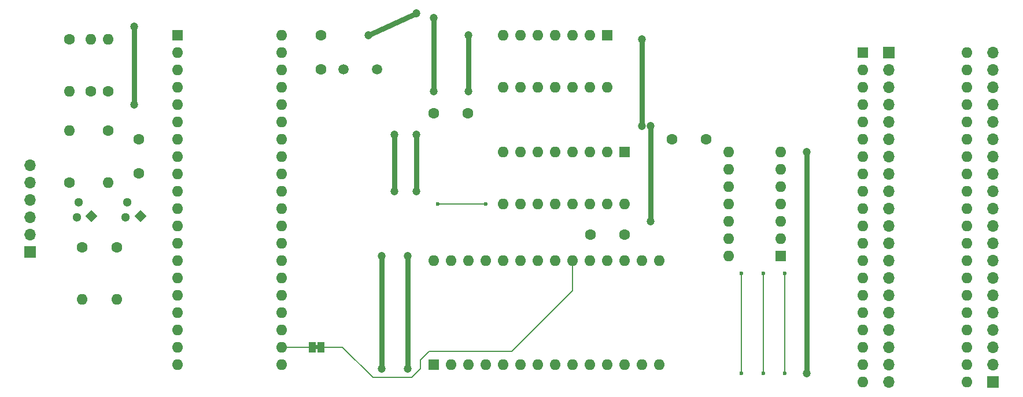
<source format=gtl>
%TF.GenerationSoftware,KiCad,Pcbnew,8.0.5+1*%
%TF.CreationDate,2024-10-09T19:18:35+02:00*%
%TF.ProjectId,QL_PC0084A_keyboard_adapter,514c5f50-4330-4303-9834-415f6b657962,0*%
%TF.SameCoordinates,Original*%
%TF.FileFunction,Copper,L1,Top*%
%TF.FilePolarity,Positive*%
%FSLAX46Y46*%
G04 Gerber Fmt 4.6, Leading zero omitted, Abs format (unit mm)*
G04 Created by KiCad (PCBNEW 8.0.5+1) date 2024-10-09 19:18:35*
%MOMM*%
%LPD*%
G01*
G04 APERTURE LIST*
G04 Aperture macros list*
%AMRotRect*
0 Rectangle, with rotation*
0 The origin of the aperture is its center*
0 $1 length*
0 $2 width*
0 $3 Rotation angle, in degrees counterclockwise*
0 Add horizontal line*
21,1,$1,$2,0,0,$3*%
G04 Aperture macros list end*
%TA.AperFunction,EtchedComponent*%
%ADD10C,0.000000*%
%TD*%
%TA.AperFunction,ComponentPad*%
%ADD11RotRect,1.300000X1.300000X135.000000*%
%TD*%
%TA.AperFunction,ComponentPad*%
%ADD12C,1.300000*%
%TD*%
%TA.AperFunction,ComponentPad*%
%ADD13R,1.600000X1.600000*%
%TD*%
%TA.AperFunction,ComponentPad*%
%ADD14O,1.600000X1.600000*%
%TD*%
%TA.AperFunction,ComponentPad*%
%ADD15C,1.600000*%
%TD*%
%TA.AperFunction,ComponentPad*%
%ADD16C,1.500000*%
%TD*%
%TA.AperFunction,ComponentPad*%
%ADD17R,1.700000X1.700000*%
%TD*%
%TA.AperFunction,ComponentPad*%
%ADD18O,1.700000X1.700000*%
%TD*%
%TA.AperFunction,SMDPad,CuDef*%
%ADD19R,1.000000X1.500000*%
%TD*%
%TA.AperFunction,ViaPad*%
%ADD20C,1.200000*%
%TD*%
%TA.AperFunction,ViaPad*%
%ADD21C,0.600000*%
%TD*%
%TA.AperFunction,Conductor*%
%ADD22C,0.800000*%
%TD*%
%TA.AperFunction,Conductor*%
%ADD23C,0.200000*%
%TD*%
%ADD24C,0.350000*%
%ADD25C,0.300000*%
G04 APERTURE END LIST*
D10*
%TA.AperFunction,EtchedComponent*%
%TO.C,JP1*%
G36*
X136155000Y-124760000D02*
G01*
X135655000Y-124760000D01*
X135655000Y-124160000D01*
X136155000Y-124160000D01*
X136155000Y-124760000D01*
G37*
%TD.AperFunction*%
%TD*%
D11*
%TO.P,Q2,1,E*%
%TO.N,GND*%
X110109556Y-105282437D03*
D12*
%TO.P,Q2,2,C*%
%TO.N,Net-(Q2-C)*%
X107932505Y-105409437D03*
%TO.P,Q2,3,B*%
%TO.N,Net-(Q2-B)*%
X108204556Y-103250437D03*
%TD*%
D11*
%TO.P,Q1,1,E*%
%TO.N,GND*%
X102976000Y-105283000D03*
D12*
%TO.P,Q1,2,C*%
%TO.N,Net-(Q1-C)*%
X100798949Y-105410000D03*
%TO.P,Q1,3,B*%
%TO.N,Net-(Q1-B)*%
X101071000Y-103251000D03*
%TD*%
D13*
%TO.P,U2,1,T0*%
%TO.N,unconnected-(U2-T0-Pad1)*%
X115570000Y-78740000D03*
D14*
%TO.P,U2,2,X1*%
%TO.N,Net-(U2-X1)*%
X115570000Y-81280000D03*
%TO.P,U2,3,X2*%
%TO.N,Net-(U2-X2)*%
X115570000Y-83820000D03*
%TO.P,U2,4,~{RESET}*%
%TO.N,/RESET*%
X115570000Y-86360000D03*
%TO.P,U2,5,~{SS}*%
%TO.N,+5V*%
X115570000Y-88900000D03*
%TO.P,U2,6,~{INT}*%
%TO.N,unconnected-(U2-~{INT}-Pad6)*%
X115570000Y-91440000D03*
%TO.P,U2,7,EA*%
%TO.N,GND*%
X115570000Y-93980000D03*
%TO.P,U2,8,~{RD}*%
%TO.N,unconnected-(U2-~{RD}-Pad8)*%
X115570000Y-96520000D03*
%TO.P,U2,9,~{PSEN}*%
%TO.N,unconnected-(U2-~{PSEN}-Pad9)*%
X115570000Y-99060000D03*
%TO.P,U2,10,~{WR}*%
%TO.N,unconnected-(U2-~{WR}-Pad10)*%
X115570000Y-101600000D03*
%TO.P,U2,11,ALE*%
%TO.N,unconnected-(U2-ALE-Pad11)*%
X115570000Y-104140000D03*
%TO.P,U2,12,DB.0*%
%TO.N,unconnected-(U2-DB.0-Pad12)*%
X115570000Y-106680000D03*
%TO.P,U2,13,DB.1*%
%TO.N,unconnected-(U2-DB.1-Pad13)*%
X115570000Y-109220000D03*
%TO.P,U2,14,DB.2*%
%TO.N,unconnected-(U2-DB.2-Pad14)*%
X115570000Y-111760000D03*
%TO.P,U2,15,DB.3*%
%TO.N,unconnected-(U2-DB.3-Pad15)*%
X115570000Y-114300000D03*
%TO.P,U2,16,DB.4*%
%TO.N,unconnected-(U2-DB.4-Pad16)*%
X115570000Y-116840000D03*
%TO.P,U2,17,DB.5*%
%TO.N,unconnected-(U2-DB.5-Pad17)*%
X115570000Y-119380000D03*
%TO.P,U2,18,DB.6*%
%TO.N,unconnected-(U2-DB.6-Pad18)*%
X115570000Y-121920000D03*
%TO.P,U2,19,DB.7*%
%TO.N,unconnected-(U2-DB.7-Pad19)*%
X115570000Y-124460000D03*
%TO.P,U2,20,GND*%
%TO.N,GND*%
X115570000Y-127000000D03*
%TO.P,U2,21,P2.0*%
%TO.N,/R_A12*%
X130810000Y-127000000D03*
%TO.P,U2,22,P2.1*%
%TO.N,/ROM_CE*%
X130810000Y-124460000D03*
%TO.P,U2,23,P2.2*%
%TO.N,unconnected-(U2-P2.2-Pad23)*%
X130810000Y-121920000D03*
%TO.P,U2,24,P2.3*%
%TO.N,unconnected-(U2-P2.3-Pad24)*%
X130810000Y-119380000D03*
%TO.P,U2,25,PROG*%
%TO.N,unconnected-(U2-PROG-Pad25)*%
X130810000Y-116840000D03*
%TO.P,U2,26,Vpp/VDD*%
%TO.N,+5V*%
X130810000Y-114300000D03*
%TO.P,U2,27,P1.0*%
%TO.N,/R_A7*%
X130810000Y-111760000D03*
%TO.P,U2,28,P1.1*%
%TO.N,/R_A6*%
X130810000Y-109220000D03*
%TO.P,U2,29,P1.2*%
%TO.N,/R_A5*%
X130810000Y-106680000D03*
%TO.P,U2,30,P1.3*%
%TO.N,/R_A4*%
X130810000Y-104140000D03*
%TO.P,U2,31,P1.4*%
%TO.N,/R_A3*%
X130810000Y-101600000D03*
%TO.P,U2,32,P1.5*%
%TO.N,/R_A2*%
X130810000Y-99060000D03*
%TO.P,U2,33,P1.6*%
%TO.N,/R_A1*%
X130810000Y-96520000D03*
%TO.P,U2,34,P1.7*%
%TO.N,/R_A0*%
X130810000Y-93980000D03*
%TO.P,U2,35,P2.4*%
%TO.N,/R_A11*%
X130810000Y-91440000D03*
%TO.P,U2,36,P2.5*%
%TO.N,Net-(U2-P2.5)*%
X130810000Y-88900000D03*
%TO.P,U2,37,P2.6*%
%TO.N,Net-(U2-P2.6)*%
X130810000Y-86360000D03*
%TO.P,U2,38,P2.7*%
%TO.N,Net-(U2-P2.7)*%
X130810000Y-83820000D03*
%TO.P,U2,39,T1*%
%TO.N,Net-(U2-T1)*%
X130810000Y-81280000D03*
%TO.P,U2,40,VCC*%
%TO.N,+5V*%
X130810000Y-78740000D03*
%TD*%
D13*
%TO.P,U8,1*%
%TO.N,unconnected-(U8-Pad1)*%
X178440000Y-78750000D03*
D14*
%TO.P,U8,2*%
%TO.N,unconnected-(U8-Pad2)*%
X175900000Y-78750000D03*
%TO.P,U8,3*%
%TO.N,Net-(U2-P2.5)*%
X173360000Y-78750000D03*
%TO.P,U8,4*%
%TO.N,Net-(J3-Pin_5)*%
X170820000Y-78750000D03*
%TO.P,U8,5*%
%TO.N,Net-(J3-Pin_4)*%
X168280000Y-78750000D03*
%TO.P,U8,6*%
%TO.N,Net-(U2-T1)*%
X165740000Y-78750000D03*
%TO.P,U8,7,GND*%
%TO.N,GND*%
X163200000Y-78750000D03*
%TO.P,U8,8*%
%TO.N,unconnected-(U8-Pad8)*%
X163200000Y-86370000D03*
%TO.P,U8,9*%
%TO.N,unconnected-(U8-Pad9)*%
X165740000Y-86370000D03*
%TO.P,U8,10*%
%TO.N,Net-(U6-I7)*%
X168280000Y-86370000D03*
%TO.P,U8,11*%
%TO.N,/KBO07*%
X170820000Y-86370000D03*
%TO.P,U8,12*%
%TO.N,Net-(U6-I6)*%
X173360000Y-86370000D03*
%TO.P,U8,13*%
%TO.N,/KBO06*%
X175900000Y-86370000D03*
%TO.P,U8,14,VCC*%
%TO.N,+5V*%
X178440000Y-86370000D03*
%TD*%
D13*
%TO.P,U1,1,T0*%
%TO.N,Net-(J1-Pin_1)*%
X215900000Y-81280000D03*
D14*
%TO.P,U1,2,X1*%
%TO.N,Net-(J1-Pin_2)*%
X215900000Y-83820000D03*
%TO.P,U1,3,X2*%
%TO.N,Net-(J1-Pin_3)*%
X215900000Y-86360000D03*
%TO.P,U1,4,~{RESET}*%
%TO.N,/RESET*%
X215900000Y-88900000D03*
%TO.P,U1,5,~{SS}*%
%TO.N,Net-(J1-Pin_5)*%
X215900000Y-91440000D03*
%TO.P,U1,6,~{INT}*%
%TO.N,Net-(J1-Pin_6)*%
X215900000Y-93980000D03*
%TO.P,U1,7,EA*%
%TO.N,Net-(J1-Pin_7)*%
X215900000Y-96520000D03*
%TO.P,U1,8,~{RD}*%
%TO.N,Net-(J1-Pin_8)*%
X215900000Y-99060000D03*
%TO.P,U1,9,~{PSEN}*%
%TO.N,Net-(J1-Pin_9)*%
X215900000Y-101600000D03*
%TO.P,U1,10,~{WR}*%
%TO.N,Net-(J1-Pin_10)*%
X215900000Y-104140000D03*
%TO.P,U1,11,ALE*%
%TO.N,Net-(J1-Pin_11)*%
X215900000Y-106680000D03*
%TO.P,U1,12,DB.0*%
%TO.N,/KBI00*%
X215900000Y-109220000D03*
%TO.P,U1,13,DB.1*%
%TO.N,/KBI01*%
X215900000Y-111760000D03*
%TO.P,U1,14,DB.2*%
%TO.N,/KBI02*%
X215900000Y-114300000D03*
%TO.P,U1,15,DB.3*%
%TO.N,/KBI03*%
X215900000Y-116840000D03*
%TO.P,U1,16,DB.4*%
%TO.N,/KBI04*%
X215900000Y-119380000D03*
%TO.P,U1,17,DB.5*%
%TO.N,/KBI05*%
X215900000Y-121920000D03*
%TO.P,U1,18,DB.6*%
%TO.N,/KBI06*%
X215900000Y-124460000D03*
%TO.P,U1,19,DB.7*%
%TO.N,/KBI07*%
X215900000Y-127000000D03*
%TO.P,U1,20,GND*%
%TO.N,GND*%
X215900000Y-129540000D03*
%TO.P,U1,21,P2.0*%
%TO.N,Net-(J2-Pin_1)*%
X231140000Y-129540000D03*
%TO.P,U1,22,P2.1*%
%TO.N,Net-(J2-Pin_2)*%
X231140000Y-127000000D03*
%TO.P,U1,23,P2.2*%
%TO.N,Net-(J2-Pin_3)*%
X231140000Y-124460000D03*
%TO.P,U1,24,P2.3*%
%TO.N,Net-(J2-Pin_4)*%
X231140000Y-121920000D03*
%TO.P,U1,25,PROG*%
%TO.N,Net-(J2-Pin_5)*%
X231140000Y-119380000D03*
%TO.P,U1,26,Vpp/VDD*%
%TO.N,Net-(J2-Pin_6)*%
X231140000Y-116840000D03*
%TO.P,U1,27,P1.0*%
%TO.N,/KBO00*%
X231140000Y-114300000D03*
%TO.P,U1,28,P1.1*%
%TO.N,/KBO01*%
X231140000Y-111760000D03*
%TO.P,U1,29,P1.2*%
%TO.N,/KBO02*%
X231140000Y-109220000D03*
%TO.P,U1,30,P1.3*%
%TO.N,/KBO03*%
X231140000Y-106680000D03*
%TO.P,U1,31,P1.4*%
%TO.N,/KBO04*%
X231140000Y-104140000D03*
%TO.P,U1,32,P1.5*%
%TO.N,/KBO05*%
X231140000Y-101600000D03*
%TO.P,U1,33,P1.6*%
%TO.N,/KBO06*%
X231140000Y-99060000D03*
%TO.P,U1,34,P1.7*%
%TO.N,/KBO07*%
X231140000Y-96520000D03*
%TO.P,U1,35,P2.4*%
%TO.N,Net-(J2-Pin_15)*%
X231140000Y-93980000D03*
%TO.P,U1,36,P2.5*%
%TO.N,Net-(J2-Pin_16)*%
X231140000Y-91440000D03*
%TO.P,U1,37,P2.6*%
%TO.N,Net-(J2-Pin_17)*%
X231140000Y-88900000D03*
%TO.P,U1,38,P2.7*%
%TO.N,Net-(J2-Pin_18)*%
X231140000Y-86360000D03*
%TO.P,U1,39,T1*%
%TO.N,Net-(J2-Pin_19)*%
X231140000Y-83820000D03*
%TO.P,U1,40,VCC*%
%TO.N,+5V*%
X231140000Y-81280000D03*
%TD*%
D15*
%TO.P,R5,1*%
%TO.N,Net-(U2-P2.6)*%
X105410000Y-86995000D03*
D14*
%TO.P,R5,2*%
%TO.N,+5V*%
X105410000Y-79375000D03*
%TD*%
D15*
%TO.P,C2,1*%
%TO.N,Net-(U2-X1)*%
X136525000Y-83780000D03*
%TO.P,C2,2*%
%TO.N,+5V*%
X136525000Y-78780000D03*
%TD*%
D13*
%TO.P,U6,1,I4*%
%TO.N,Net-(U6-I4)*%
X180975000Y-95885000D03*
D14*
%TO.P,U6,2,I5*%
%TO.N,Net-(U6-I5)*%
X178435000Y-95885000D03*
%TO.P,U6,3,I6*%
%TO.N,Net-(U6-I6)*%
X175895000Y-95885000D03*
%TO.P,U6,4,I7*%
%TO.N,Net-(U6-I7)*%
X173355000Y-95885000D03*
%TO.P,U6,5,EI*%
%TO.N,GND*%
X170815000Y-95885000D03*
%TO.P,U6,6,S2*%
%TO.N,/R_A10*%
X168275000Y-95885000D03*
%TO.P,U6,7,S1*%
%TO.N,/R_A9*%
X165735000Y-95885000D03*
%TO.P,U6,8,GND*%
%TO.N,GND*%
X163195000Y-95885000D03*
%TO.P,U6,9,S0*%
%TO.N,/R_A8*%
X163195000Y-103505000D03*
%TO.P,U6,10,IO*%
%TO.N,Net-(U6-IO)*%
X165735000Y-103505000D03*
%TO.P,U6,11,I1*%
%TO.N,Net-(U6-I1)*%
X168275000Y-103505000D03*
%TO.P,U6,12,I2*%
%TO.N,Net-(U6-I2)*%
X170815000Y-103505000D03*
%TO.P,U6,13,I3*%
%TO.N,Net-(U6-I3)*%
X173355000Y-103505000D03*
%TO.P,U6,14,GS*%
%TO.N,/ROM_OE*%
X175895000Y-103505000D03*
%TO.P,U6,15,EO*%
%TO.N,unconnected-(U6-EO-Pad15)*%
X178435000Y-103505000D03*
%TO.P,U6,16,VCC*%
%TO.N,+5V*%
X180975000Y-103505000D03*
%TD*%
D15*
%TO.P,C5,1*%
%TO.N,GND*%
X109855000Y-98980000D03*
%TO.P,C5,2*%
%TO.N,+5V*%
X109855000Y-93980000D03*
%TD*%
%TO.P,C4,1*%
%TO.N,+5V*%
X153075000Y-90170000D03*
%TO.P,C4,2*%
%TO.N,GND*%
X158075000Y-90170000D03*
%TD*%
%TO.P,C1,1*%
%TO.N,+5V*%
X187960000Y-93980000D03*
%TO.P,C1,2*%
%TO.N,GND*%
X192960000Y-93980000D03*
%TD*%
%TO.P,R7,1*%
%TO.N,Net-(U2-P2.6)*%
X105410000Y-92710000D03*
D14*
%TO.P,R7,2*%
%TO.N,Net-(Q2-B)*%
X105410000Y-100330000D03*
%TD*%
D15*
%TO.P,C3,1*%
%TO.N,+5V*%
X180975000Y-107950000D03*
%TO.P,C3,2*%
%TO.N,GND*%
X175975000Y-107950000D03*
%TD*%
D16*
%TO.P,Y1,1,1*%
%TO.N,Net-(U2-X1)*%
X139880000Y-83790000D03*
%TO.P,Y1,2,2*%
%TO.N,Net-(U2-X2)*%
X144780000Y-83790000D03*
%TD*%
D15*
%TO.P,R4,1*%
%TO.N,Net-(U2-P2.7)*%
X102870000Y-86995000D03*
D14*
%TO.P,R4,2*%
%TO.N,+5V*%
X102870000Y-79375000D03*
%TD*%
D15*
%TO.P,R1,1*%
%TO.N,Net-(Q2-C)*%
X106680000Y-109855000D03*
D14*
%TO.P,R1,2*%
%TO.N,Net-(J3-Pin_3)*%
X106680000Y-117475000D03*
%TD*%
D15*
%TO.P,R2,1*%
%TO.N,Net-(Q1-C)*%
X101600000Y-109855000D03*
D14*
%TO.P,R2,2*%
%TO.N,Net-(J3-Pin_2)*%
X101600000Y-117475000D03*
%TD*%
D15*
%TO.P,R6,1*%
%TO.N,Net-(Q1-B)*%
X99695000Y-100330000D03*
D14*
%TO.P,R6,2*%
%TO.N,Net-(U2-P2.7)*%
X99695000Y-92710000D03*
%TD*%
D13*
%TO.P,U7,1*%
%TO.N,/KBO00*%
X203825000Y-111125000D03*
D14*
%TO.P,U7,2*%
%TO.N,Net-(U6-I3)*%
X203825000Y-108585000D03*
%TO.P,U7,3*%
%TO.N,/KBO02*%
X203825000Y-106045000D03*
%TO.P,U7,4*%
%TO.N,Net-(U6-I1)*%
X203825000Y-103505000D03*
%TO.P,U7,5*%
%TO.N,/KBO04*%
X203825000Y-100965000D03*
%TO.P,U7,6*%
%TO.N,Net-(U6-I4)*%
X203825000Y-98425000D03*
%TO.P,U7,7,GND*%
%TO.N,GND*%
X203825000Y-95885000D03*
%TO.P,U7,8*%
%TO.N,Net-(U6-I5)*%
X196205000Y-95885000D03*
%TO.P,U7,9*%
%TO.N,/KBO05*%
X196205000Y-98425000D03*
%TO.P,U7,10*%
%TO.N,Net-(U6-IO)*%
X196205000Y-100965000D03*
%TO.P,U7,11*%
%TO.N,/KBO03*%
X196205000Y-103505000D03*
%TO.P,U7,12*%
%TO.N,Net-(U6-I2)*%
X196205000Y-106045000D03*
%TO.P,U7,13*%
%TO.N,/KBO01*%
X196205000Y-108585000D03*
%TO.P,U7,14,VCC*%
%TO.N,+5V*%
X196205000Y-111125000D03*
%TD*%
D15*
%TO.P,R3,1*%
%TO.N,+5V*%
X99695000Y-79375000D03*
D14*
%TO.P,R3,2*%
%TO.N,Net-(J3-Pin_4)*%
X99695000Y-86995000D03*
%TD*%
D13*
%TO.P,U3,1,VPP*%
%TO.N,+5V*%
X153035000Y-127000000D03*
D14*
%TO.P,U3,2,A12*%
%TO.N,/R_A12*%
X155575000Y-127000000D03*
%TO.P,U3,3,A7*%
%TO.N,/R_A7*%
X158115000Y-127000000D03*
%TO.P,U3,4,A6*%
%TO.N,/R_A6*%
X160655000Y-127000000D03*
%TO.P,U3,5,A5*%
%TO.N,/R_A5*%
X163195000Y-127000000D03*
%TO.P,U3,6,A4*%
%TO.N,/R_A4*%
X165735000Y-127000000D03*
%TO.P,U3,7,A3*%
%TO.N,/R_A3*%
X168275000Y-127000000D03*
%TO.P,U3,8,A2*%
%TO.N,/R_A2*%
X170815000Y-127000000D03*
%TO.P,U3,9,A1*%
%TO.N,/R_A1*%
X173355000Y-127000000D03*
%TO.P,U3,10,A0*%
%TO.N,/R_A0*%
X175895000Y-127000000D03*
%TO.P,U3,11,D0*%
%TO.N,/KBI00*%
X178435000Y-127000000D03*
%TO.P,U3,12,D1*%
%TO.N,/KBI01*%
X180975000Y-127000000D03*
%TO.P,U3,13,D2*%
%TO.N,/KBI02*%
X183515000Y-127000000D03*
%TO.P,U3,14,GND*%
%TO.N,GND*%
X186055000Y-127000000D03*
%TO.P,U3,15,D3*%
%TO.N,/KBI03*%
X186055000Y-111760000D03*
%TO.P,U3,16,D4*%
%TO.N,/KBI04*%
X183515000Y-111760000D03*
%TO.P,U3,17,D5*%
%TO.N,/KBI05*%
X180975000Y-111760000D03*
%TO.P,U3,18,D6*%
%TO.N,/KBI06*%
X178435000Y-111760000D03*
%TO.P,U3,19,D7*%
%TO.N,/KBI07*%
X175895000Y-111760000D03*
%TO.P,U3,20,~{CE}*%
%TO.N,Net-(JP1-A)*%
X173355000Y-111760000D03*
%TO.P,U3,21,A10*%
%TO.N,/R_A10*%
X170815000Y-111760000D03*
%TO.P,U3,22,~{OE}*%
%TO.N,/ROM_OE*%
X168275000Y-111760000D03*
%TO.P,U3,23,A11*%
%TO.N,/R_A11*%
X165735000Y-111760000D03*
%TO.P,U3,24,A9*%
%TO.N,/R_A9*%
X163195000Y-111760000D03*
%TO.P,U3,25,A8*%
%TO.N,/R_A8*%
X160655000Y-111760000D03*
%TO.P,U3,26,NC*%
%TO.N,unconnected-(U3-NC-Pad26)*%
X158115000Y-111760000D03*
%TO.P,U3,27,~{PGM}*%
%TO.N,+5V*%
X155575000Y-111760000D03*
%TO.P,U3,28,VCC*%
X153035000Y-111760000D03*
%TD*%
D17*
%TO.P,J3,1,Pin_1*%
%TO.N,GND*%
X93980000Y-110490000D03*
D18*
%TO.P,J3,2,Pin_2*%
%TO.N,Net-(J3-Pin_2)*%
X93980000Y-107950000D03*
%TO.P,J3,3,Pin_3*%
%TO.N,Net-(J3-Pin_3)*%
X93980000Y-105410000D03*
%TO.P,J3,4,Pin_4*%
%TO.N,Net-(J3-Pin_4)*%
X93980000Y-102870000D03*
%TO.P,J3,5,Pin_5*%
%TO.N,Net-(J3-Pin_5)*%
X93980000Y-100330000D03*
%TO.P,J3,6,Pin_6*%
%TO.N,+5V*%
X93980000Y-97790000D03*
%TD*%
D19*
%TO.P,JP1,1,A*%
%TO.N,Net-(JP1-A)*%
X136555000Y-124460000D03*
%TO.P,JP1,2,B*%
%TO.N,/ROM_CE*%
X135255000Y-124460000D03*
%TD*%
D17*
%TO.P,J2,1,Pin_1*%
%TO.N,Net-(J2-Pin_1)*%
X234950000Y-129540000D03*
D18*
%TO.P,J2,2,Pin_2*%
%TO.N,Net-(J2-Pin_2)*%
X234950000Y-127000000D03*
%TO.P,J2,3,Pin_3*%
%TO.N,Net-(J2-Pin_3)*%
X234950000Y-124460000D03*
%TO.P,J2,4,Pin_4*%
%TO.N,Net-(J2-Pin_4)*%
X234950000Y-121920000D03*
%TO.P,J2,5,Pin_5*%
%TO.N,Net-(J2-Pin_5)*%
X234950000Y-119380000D03*
%TO.P,J2,6,Pin_6*%
%TO.N,Net-(J2-Pin_6)*%
X234950000Y-116840000D03*
%TO.P,J2,7,Pin_7*%
%TO.N,/KBO00*%
X234950000Y-114300000D03*
%TO.P,J2,8,Pin_8*%
%TO.N,/KBO01*%
X234950000Y-111760000D03*
%TO.P,J2,9,Pin_9*%
%TO.N,/KBO02*%
X234950000Y-109220000D03*
%TO.P,J2,10,Pin_10*%
%TO.N,/KBO03*%
X234950000Y-106680000D03*
%TO.P,J2,11,Pin_11*%
%TO.N,/KBO04*%
X234950000Y-104140000D03*
%TO.P,J2,12,Pin_12*%
%TO.N,/KBO05*%
X234950000Y-101600000D03*
%TO.P,J2,13,Pin_13*%
%TO.N,/KBO06*%
X234950000Y-99060000D03*
%TO.P,J2,14,Pin_14*%
%TO.N,/KBO07*%
X234950000Y-96520000D03*
%TO.P,J2,15,Pin_15*%
%TO.N,Net-(J2-Pin_15)*%
X234950000Y-93980000D03*
%TO.P,J2,16,Pin_16*%
%TO.N,Net-(J2-Pin_16)*%
X234950000Y-91440000D03*
%TO.P,J2,17,Pin_17*%
%TO.N,Net-(J2-Pin_17)*%
X234950000Y-88900000D03*
%TO.P,J2,18,Pin_18*%
%TO.N,Net-(J2-Pin_18)*%
X234950000Y-86360000D03*
%TO.P,J2,19,Pin_19*%
%TO.N,Net-(J2-Pin_19)*%
X234950000Y-83820000D03*
%TO.P,J2,20,Pin_20*%
%TO.N,+5V*%
X234950000Y-81280000D03*
%TD*%
D17*
%TO.P,J1,1,Pin_1*%
%TO.N,Net-(J1-Pin_1)*%
X219710000Y-81280000D03*
D18*
%TO.P,J1,2,Pin_2*%
%TO.N,Net-(J1-Pin_2)*%
X219710000Y-83820000D03*
%TO.P,J1,3,Pin_3*%
%TO.N,Net-(J1-Pin_3)*%
X219710000Y-86360000D03*
%TO.P,J1,4,Pin_4*%
%TO.N,/RESET*%
X219710000Y-88900000D03*
%TO.P,J1,5,Pin_5*%
%TO.N,Net-(J1-Pin_5)*%
X219710000Y-91440000D03*
%TO.P,J1,6,Pin_6*%
%TO.N,Net-(J1-Pin_6)*%
X219710000Y-93980000D03*
%TO.P,J1,7,Pin_7*%
%TO.N,Net-(J1-Pin_7)*%
X219710000Y-96520000D03*
%TO.P,J1,8,Pin_8*%
%TO.N,Net-(J1-Pin_8)*%
X219710000Y-99060000D03*
%TO.P,J1,9,Pin_9*%
%TO.N,Net-(J1-Pin_9)*%
X219710000Y-101600000D03*
%TO.P,J1,10,Pin_10*%
%TO.N,Net-(J1-Pin_10)*%
X219710000Y-104140000D03*
%TO.P,J1,11,Pin_11*%
%TO.N,Net-(J1-Pin_11)*%
X219710000Y-106680000D03*
%TO.P,J1,12,Pin_12*%
%TO.N,/KBI00*%
X219710000Y-109220000D03*
%TO.P,J1,13,Pin_13*%
%TO.N,/KBI01*%
X219710000Y-111760000D03*
%TO.P,J1,14,Pin_14*%
%TO.N,/KBI02*%
X219710000Y-114300000D03*
%TO.P,J1,15,Pin_15*%
%TO.N,/KBI03*%
X219710000Y-116840000D03*
%TO.P,J1,16,Pin_16*%
%TO.N,/KBI04*%
X219710000Y-119380000D03*
%TO.P,J1,17,Pin_17*%
%TO.N,/KBI05*%
X219710000Y-121920000D03*
%TO.P,J1,18,Pin_18*%
%TO.N,/KBI06*%
X219710000Y-124460000D03*
%TO.P,J1,19,Pin_19*%
%TO.N,/KBI07*%
X219710000Y-127000000D03*
%TO.P,J1,20,Pin_20*%
%TO.N,GND*%
X219710000Y-129540000D03*
%TD*%
D20*
%TO.N,GND*%
X145415000Y-111125000D03*
X145415000Y-127635000D03*
X207645000Y-128270000D03*
X147320000Y-93345000D03*
X158115000Y-78740000D03*
X207645000Y-95885000D03*
X147320000Y-101600000D03*
X158115000Y-86995000D03*
%TO.N,+5V*%
X183515000Y-92075000D03*
X109220000Y-77470000D03*
X184785000Y-106045000D03*
X150495000Y-93345000D03*
X183515000Y-79375000D03*
X150495000Y-101600000D03*
X153035000Y-76200000D03*
X153035000Y-86995000D03*
X184785000Y-92075000D03*
X150495000Y-75565000D03*
X109220000Y-88900000D03*
X143510000Y-78740000D03*
X149225000Y-127635000D03*
X149225000Y-111125000D03*
D21*
%TO.N,/KBI01*%
X201295000Y-113665000D03*
X201295000Y-128270000D03*
X201295000Y-128270000D03*
%TO.N,/KBI02*%
X198120000Y-113665000D03*
X198120000Y-128270000D03*
X198120000Y-128270000D03*
%TO.N,/KBI00*%
X204470000Y-113665000D03*
X204470000Y-128270000D03*
%TO.N,/R_A8*%
X153670000Y-103505000D03*
X160655000Y-103505000D03*
%TD*%
D22*
%TO.N,GND*%
X145415000Y-127635000D02*
X145415000Y-111125000D01*
X158115000Y-78740000D02*
X158115000Y-86995000D01*
X207645000Y-128270000D02*
X207645000Y-95885000D01*
X147320000Y-93345000D02*
X147320000Y-101600000D01*
%TO.N,+5V*%
X184785000Y-92075000D02*
X184785000Y-106045000D01*
X109220000Y-77470000D02*
X109220000Y-88900000D01*
X153035000Y-76200000D02*
X153035000Y-86995000D01*
X143510000Y-78740000D02*
X150495000Y-75565000D01*
X150495000Y-93345000D02*
X150495000Y-101600000D01*
X149225000Y-111125000D02*
X149225000Y-127635000D01*
X183515000Y-92075000D02*
X183515000Y-79375000D01*
D23*
%TO.N,/KBI01*%
X201295000Y-113665000D02*
X201295000Y-128270000D01*
%TO.N,/KBI02*%
X198120000Y-113665000D02*
X198120000Y-128270000D01*
%TO.N,/KBI00*%
X204470000Y-113665000D02*
X204470000Y-128270000D01*
%TO.N,/R_A8*%
X153670000Y-103505000D02*
X160655000Y-103505000D01*
%TO.N,/ROM_CE*%
X130810000Y-124460000D02*
X135255000Y-124460000D01*
%TO.N,Net-(JP1-A)*%
X152400000Y-125095000D02*
X164465000Y-125095000D01*
X151130000Y-127635000D02*
X151130000Y-126365000D01*
X149860000Y-128905000D02*
X151130000Y-127635000D01*
X144145000Y-128905000D02*
X149860000Y-128905000D01*
X151130000Y-126365000D02*
X152400000Y-125095000D01*
X139700000Y-124460000D02*
X144145000Y-128905000D01*
X139700000Y-124460000D02*
X136555000Y-124460000D01*
X173355000Y-116205000D02*
X173355000Y-111760000D01*
X164465000Y-125095000D02*
X173355000Y-116205000D01*
%TD*%
D24*
X145415000Y-111125000D03*
X145415000Y-127635000D03*
X207645000Y-128270000D03*
X147320000Y-93345000D03*
X158115000Y-78740000D03*
X207645000Y-95885000D03*
X147320000Y-101600000D03*
X158115000Y-86995000D03*
X183515000Y-92075000D03*
X109220000Y-77470000D03*
X184785000Y-106045000D03*
X150495000Y-93345000D03*
X183515000Y-79375000D03*
X150495000Y-101600000D03*
X153035000Y-76200000D03*
X153035000Y-86995000D03*
X184785000Y-92075000D03*
X150495000Y-75565000D03*
X109220000Y-88900000D03*
X143510000Y-78740000D03*
X149225000Y-127635000D03*
X149225000Y-111125000D03*
D25*
X201295000Y-113665000D03*
X201295000Y-128270000D03*
X201295000Y-128270000D03*
X198120000Y-113665000D03*
X198120000Y-128270000D03*
X198120000Y-128270000D03*
X204470000Y-113665000D03*
X204470000Y-128270000D03*
X153670000Y-103505000D03*
X160655000Y-103505000D03*
D24*
X110109556Y-105282437D03*
X107932505Y-105409437D03*
X108204556Y-103250437D03*
X102976000Y-105283000D03*
X100798949Y-105410000D03*
X101071000Y-103251000D03*
X115570000Y-78740000D03*
X115570000Y-81280000D03*
X115570000Y-83820000D03*
X115570000Y-86360000D03*
X115570000Y-88900000D03*
X115570000Y-91440000D03*
X115570000Y-93980000D03*
X115570000Y-96520000D03*
X115570000Y-99060000D03*
X115570000Y-101600000D03*
X115570000Y-104140000D03*
X115570000Y-106680000D03*
X115570000Y-109220000D03*
X115570000Y-111760000D03*
X115570000Y-114300000D03*
X115570000Y-116840000D03*
X115570000Y-119380000D03*
X115570000Y-121920000D03*
X115570000Y-124460000D03*
X115570000Y-127000000D03*
X130810000Y-127000000D03*
X130810000Y-124460000D03*
X130810000Y-121920000D03*
X130810000Y-119380000D03*
X130810000Y-116840000D03*
X130810000Y-114300000D03*
X130810000Y-111760000D03*
X130810000Y-109220000D03*
X130810000Y-106680000D03*
X130810000Y-104140000D03*
X130810000Y-101600000D03*
X130810000Y-99060000D03*
X130810000Y-96520000D03*
X130810000Y-93980000D03*
X130810000Y-91440000D03*
X130810000Y-88900000D03*
X130810000Y-86360000D03*
X130810000Y-83820000D03*
X130810000Y-81280000D03*
X130810000Y-78740000D03*
X178440000Y-78750000D03*
X175900000Y-78750000D03*
X173360000Y-78750000D03*
X170820000Y-78750000D03*
X168280000Y-78750000D03*
X165740000Y-78750000D03*
X163200000Y-78750000D03*
X163200000Y-86370000D03*
X165740000Y-86370000D03*
X168280000Y-86370000D03*
X170820000Y-86370000D03*
X173360000Y-86370000D03*
X175900000Y-86370000D03*
X178440000Y-86370000D03*
X215900000Y-81280000D03*
X215900000Y-83820000D03*
X215900000Y-86360000D03*
X215900000Y-88900000D03*
X215900000Y-91440000D03*
X215900000Y-93980000D03*
X215900000Y-96520000D03*
X215900000Y-99060000D03*
X215900000Y-101600000D03*
X215900000Y-104140000D03*
X215900000Y-106680000D03*
X215900000Y-109220000D03*
X215900000Y-111760000D03*
X215900000Y-114300000D03*
X215900000Y-116840000D03*
X215900000Y-119380000D03*
X215900000Y-121920000D03*
X215900000Y-124460000D03*
X215900000Y-127000000D03*
X215900000Y-129540000D03*
X231140000Y-129540000D03*
X231140000Y-127000000D03*
X231140000Y-124460000D03*
X231140000Y-121920000D03*
X231140000Y-119380000D03*
X231140000Y-116840000D03*
X231140000Y-114300000D03*
X231140000Y-111760000D03*
X231140000Y-109220000D03*
X231140000Y-106680000D03*
X231140000Y-104140000D03*
X231140000Y-101600000D03*
X231140000Y-99060000D03*
X231140000Y-96520000D03*
X231140000Y-93980000D03*
X231140000Y-91440000D03*
X231140000Y-88900000D03*
X231140000Y-86360000D03*
X231140000Y-83820000D03*
X231140000Y-81280000D03*
X105410000Y-86995000D03*
X105410000Y-79375000D03*
X136525000Y-83780000D03*
X136525000Y-78780000D03*
X180975000Y-95885000D03*
X178435000Y-95885000D03*
X175895000Y-95885000D03*
X173355000Y-95885000D03*
X170815000Y-95885000D03*
X168275000Y-95885000D03*
X165735000Y-95885000D03*
X163195000Y-95885000D03*
X163195000Y-103505000D03*
X165735000Y-103505000D03*
X168275000Y-103505000D03*
X170815000Y-103505000D03*
X173355000Y-103505000D03*
X175895000Y-103505000D03*
X178435000Y-103505000D03*
X180975000Y-103505000D03*
X109855000Y-98980000D03*
X109855000Y-93980000D03*
X153075000Y-90170000D03*
X158075000Y-90170000D03*
X187960000Y-93980000D03*
X192960000Y-93980000D03*
X105410000Y-92710000D03*
X105410000Y-100330000D03*
X180975000Y-107950000D03*
X175975000Y-107950000D03*
X139880000Y-83790000D03*
X144780000Y-83790000D03*
X102870000Y-86995000D03*
X102870000Y-79375000D03*
X106680000Y-109855000D03*
X106680000Y-117475000D03*
X101600000Y-109855000D03*
X101600000Y-117475000D03*
X99695000Y-100330000D03*
X99695000Y-92710000D03*
X203825000Y-111125000D03*
X203825000Y-108585000D03*
X203825000Y-106045000D03*
X203825000Y-103505000D03*
X203825000Y-100965000D03*
X203825000Y-98425000D03*
X203825000Y-95885000D03*
X196205000Y-95885000D03*
X196205000Y-98425000D03*
X196205000Y-100965000D03*
X196205000Y-103505000D03*
X196205000Y-106045000D03*
X196205000Y-108585000D03*
X196205000Y-111125000D03*
X99695000Y-79375000D03*
X99695000Y-86995000D03*
X153035000Y-127000000D03*
X155575000Y-127000000D03*
X158115000Y-127000000D03*
X160655000Y-127000000D03*
X163195000Y-127000000D03*
X165735000Y-127000000D03*
X168275000Y-127000000D03*
X170815000Y-127000000D03*
X173355000Y-127000000D03*
X175895000Y-127000000D03*
X178435000Y-127000000D03*
X180975000Y-127000000D03*
X183515000Y-127000000D03*
X186055000Y-127000000D03*
X186055000Y-111760000D03*
X183515000Y-111760000D03*
X180975000Y-111760000D03*
X178435000Y-111760000D03*
X175895000Y-111760000D03*
X173355000Y-111760000D03*
X170815000Y-111760000D03*
X168275000Y-111760000D03*
X165735000Y-111760000D03*
X163195000Y-111760000D03*
X160655000Y-111760000D03*
X158115000Y-111760000D03*
X155575000Y-111760000D03*
X153035000Y-111760000D03*
X93980000Y-110490000D03*
X93980000Y-107950000D03*
X93980000Y-105410000D03*
X93980000Y-102870000D03*
X93980000Y-100330000D03*
X93980000Y-97790000D03*
X234950000Y-129540000D03*
X234950000Y-127000000D03*
X234950000Y-124460000D03*
X234950000Y-121920000D03*
X234950000Y-119380000D03*
X234950000Y-116840000D03*
X234950000Y-114300000D03*
X234950000Y-111760000D03*
X234950000Y-109220000D03*
X234950000Y-106680000D03*
X234950000Y-104140000D03*
X234950000Y-101600000D03*
X234950000Y-99060000D03*
X234950000Y-96520000D03*
X234950000Y-93980000D03*
X234950000Y-91440000D03*
X234950000Y-88900000D03*
X234950000Y-86360000D03*
X234950000Y-83820000D03*
X234950000Y-81280000D03*
X219710000Y-81280000D03*
X219710000Y-83820000D03*
X219710000Y-86360000D03*
X219710000Y-88900000D03*
X219710000Y-91440000D03*
X219710000Y-93980000D03*
X219710000Y-96520000D03*
X219710000Y-99060000D03*
X219710000Y-101600000D03*
X219710000Y-104140000D03*
X219710000Y-106680000D03*
X219710000Y-109220000D03*
X219710000Y-111760000D03*
X219710000Y-114300000D03*
X219710000Y-116840000D03*
X219710000Y-119380000D03*
X219710000Y-121920000D03*
X219710000Y-124460000D03*
X219710000Y-127000000D03*
X219710000Y-129540000D03*
M02*

</source>
